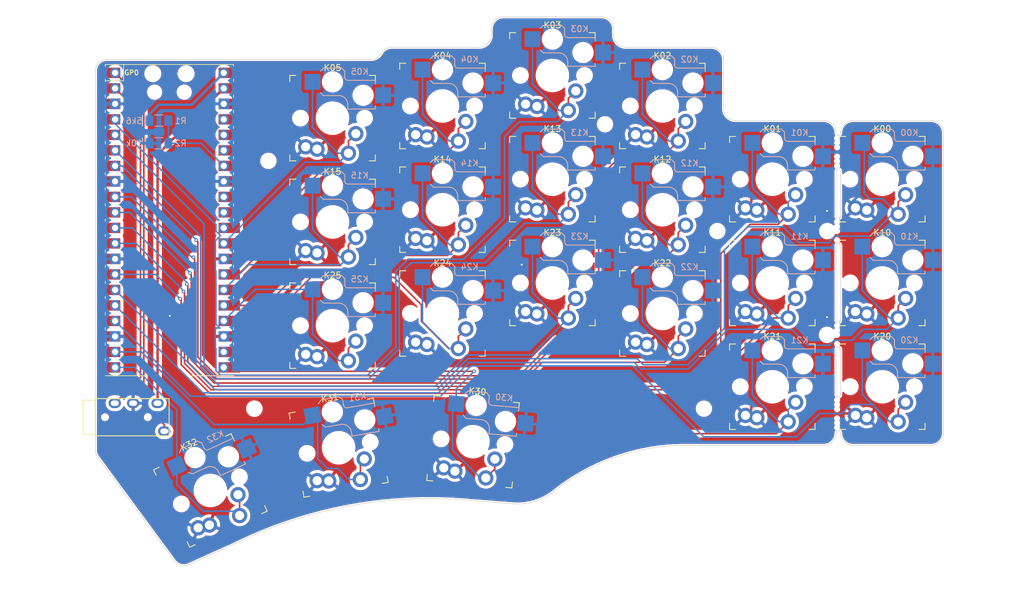
<source format=kicad_pcb>
(kicad_pcb (version 20240108) (generator "pcbnew") (generator_version "8.0")
  (title_block (rev "rev1.0"))
  (layers (0 "F.Cu" signal) (31 "B.Cu" signal) (34 "B.Paste" user) (35 "F.Paste" user) (36 "B.SilkS" user "B.Silkscreen") (37 "F.SilkS" user "F.Silkscreen") (38 "B.Mask" user) (39 "F.Mask" user) (44 "Edge.Cuts" user))
  (net 0 "")
  (net 1 "GND")
  (net 2 "/k00")
  (net 3 "/k01")
  (net 4 "/k02")
  (net 5 "/k03")
  (net 6 "/k04")
  (net 7 "/k05")
  (net 8 "/k10")
  (net 9 "/k11")
  (net 10 "/k12")
  (net 11 "/k13")
  (net 12 "/k14")
  (net 13 "/k15")
  (net 14 "/k20")
  (net 15 "/k21")
  (net 16 "/k22")
  (net 17 "/k23")
  (net 18 "/k24")
  (net 19 "/k25")
  (net 20 "/k30")
  (net 21 "/k31")
  (net 22 "/k32")
  (net 23 "rx")
  (net 24 "tx")
  (net 25 "VBUS")
  (net 26 "vbus_sense")
  (net 33 "VCC")
  (footprint "Socket:Kailh_ks27_mx_socket_PG1350_optional" (layer "F.Cu") (at 105.24 94)
    (property "Reference" "K25")
    (property "Value" "KEYSW")
  )
  (footprint "Socket:Kailh_ks27_mx_socket_PG1350_optional" (layer "F.Cu") (at 123.24 92)
    (property "Reference" "K24")
    (property "Value" "KEYSW")
  )
  (footprint "Socket:Kailh_ks27_mx_socket_PG1350_optional" (layer "F.Cu") (at 177.24 104)
    (property "Reference" "K21")
    (property "Value" "KEYSW")
  )
  (footprint "Socket:Kailh_ks27_mx_socket_PG1350_optional" (layer "F.Cu") (at 159.24 58)
    (property "Reference" "K02")
    (property "Value" "KEYSW")
  )
  (footprint "Socket:Kailh_ks27_mx_socket_PG1350_optional" (layer "F.Cu") (at 195.24 87)
    (property "Reference" "K10")
    (property "Value" "KEYSW")
  )
  (footprint "RPi_Pico:RPi_Pico_SMD_TH" (layer "F.Cu") (at 78.5368 76.708)
    (property "Reference" "U2" (hide yes))
    (property "Value" "Pico")
  )
  (footprint "Socket:Kailh_ks27_mx_socket_PG1350_optional" (layer "F.Cu") (at 123.24 58)
    (property "Reference" "K04")
    (property "Value" "KEYSW")
  )
  (footprint "Socket:Kailh_ks27_mx_socket_PG1350_optional" (layer "F.Cu") (at 159.24 75)
    (property "Reference" "K12")
    (property "Value" "KEYSW")
  )
  (footprint "Socket:Kailh_ks27_mx_socket_PG1350_optional" (layer "F.Cu") (at 128.24 113 -5)
    (property "Reference" "K30")
    (property "Value" "KEYSW")
  )
  (footprint "Socket:Kailh_ks27_mx_socket_PG1350_optional" (layer "F.Cu") (at 177.24 70)
    (property "Reference" "K01")
    (property "Value" "KEYSW")
  )
  (footprint "Socket:Kailh_ks27_mx_socket_PG1350_optional" (layer "F.Cu") (at 123.24 75)
    (property "Reference" "K14")
    (property "Value" "KEYSW")
  )
  (footprint "Socket:Kailh_ks27_mx_socket_PG1350_optional" (layer "F.Cu") (at 141.24 87)
    (property "Reference" "K23")
    (property "Value" "KEYSW")
  )
  (footprint "Socket:Kailh_ks27_mx_socket_PG1350_optional" (layer "F.Cu") (at 141.24 53)
    (property "Reference" "K03")
    (property "Value" "KEYSW")
  )
  (footprint "Socket:Kailh_ks27_mx_socket_PG1350_optional" (layer "F.Cu") (at 159.24 92)
    (property "Reference" "K22")
    (property "Value" "KEYSW")
  )
  (footprint "Keebio-Parts:TRRS-PJ-320A" (layer "F.Cu") (at 66.39 109 90)
    (property "Reference" "J1" (hide yes))
    (property "Value" "TRRS")
  )
  (footprint "Socket:Kailh_ks27_mx_socket_PG1350_optional" (layer "F.Cu") (at 105.24 77)
    (property "Reference" "K15")
    (property "Value" "KEYSW")
  )
  (footprint "Socket:Kailh_ks27_mx_socket_PG1350_optional" (layer "F.Cu") (at 85.24 121 25)
    (property "Reference" "K32")
    (property "Value" "KEYSW")
  )
  (footprint "Socket:Kailh_ks27_mx_socket_PG1350_optional" (layer "F.Cu") (at 177.24 87)
    (property "Reference" "K11")
    (property "Value" "KEYSW")
  )
  (footprint "Socket:Kailh_ks27_mx_socket_PG1350_optional" (layer "F.Cu") (at 105.24 60)
    (property "Reference" "K05")
    (property "Value" "KEYSW")
  )
  (footprint "Socket:Kailh_ks27_mx_socket_PG1350_optional" (layer "F.Cu") (at 195.24 104)
    (property "Reference" "K20")
    (property "Value" "KEYSW")
  )
  (footprint "Socket:Kailh_ks27_mx_socket_PG1350_optional" (layer "F.Cu") (at 141.24 70)
    (property "Reference" "K13")
    (property "Value" "KEYSW")
  )
  (footprint "Socket:Kailh_ks27_mx_socket_PG1350_optional" (layer "F.Cu") (at 195.24 70)
    (property "Reference" "K00")
    (property "Value" "KEYSW")
  )
  (footprint "Socket:Kailh_ks27_mx_socket_PG1350_optional" (layer "F.Cu") (at 106.24 114 10)
    (property "Reference" "K31")
    (property "Value" "KEYSW")
  )
  (footprint "Resistor_SMD:R_1206_3216Metric_Pad1.30x1.75mm_HandSolder" (layer "B.Cu") (at 76.8096 64.1096 180)
    (property "Reference" "R2")
    (property "Value" "10k")
  )
  (footprint "beekeeb_lib:MountingHole_2.2mm_M2-8mm" (layer "B.Cu") (at 166.04 107.6 180)
    (property "Reference" "H4" (hide yes))
    (property "Value" "MountingHole")
  )
  (footprint "beekeeb_lib:MountingHole_2.2mm_M2-8mm" (layer "B.Cu") (at 94.74 67 180)
    (property "Reference" "H2" (hide yes))
    (property "Value" "MountingHole")
  )
  (footprint "beekeeb_lib:MountingHole_2.2mm_M2-8mm" (layer "B.Cu") (at 186.24 95.5 180)
    (property "Reference" "H4" (hide yes))
    (property "Value" "MountingHole")
  )
  (footprint "beekeeb_lib:mousebites_2" (layer "B.Cu") (at 187.84 78.5 90)
    (property "Reference" "MB1" (hide yes))
    (property "Value" "MountingHole" (hide yes))
  )
  (footprint "Resistor_SMD:R_1206_3216Metric_Pad1.30x1.75mm_HandSolder" (layer "B.Cu") (at 76.8096 60.4012)
    (property "Reference" "R1")
    (property "Value" "5k6")
  )
  (footprint "beekeeb_lib:mousebites_3" (layer "B.Cu") (at 187.84 108.4352 90)
    (property "Reference" "MB3" (hide yes))
    (property "Value" "MountingHole" (hide yes))
  )
  (footprint "beekeeb_lib:mousebites_2" (layer "B.Cu") (at 187.84 95.5 90)
    (property "Reference" "MB2" (hide yes))
    (property "Value" "MountingHole" (hide yes))
  )
  (footprint "beekeeb_lib:MountingHole_2.2mm_M2-8mm" (layer "B.Cu") (at 186.24 78.5 180)
    (property "Reference" "H4" (hide yes))
    (property "Value" "MountingHole")
  )
  (footprint "beekeeb_lib:MountingHole_2.2mm_M2-8mm" (layer "B.Cu") (at 149.84 61 180)
    (property "Reference" "H1" (hide yes))
    (property "Value" "MountingHole")
  )
  (footprint "beekeeb_lib:MountingHole_2.2mm_M2-8mm" (layer "B.Cu") (at 92.44 107.6 180)
    (property "Reference" "H3" (hide yes))
    (property "Value" "MountingHole")
  )
  (footprint "beekeeb_lib:MountingHole_2.2mm_M2-8mm" (layer "B.Cu") (at 168.24 78.5 180)
    (property "Reference" "H1" (hide yes))
    (property "Value" "MountingHole")
  )
  (footprint "beekeeb_lib:mousebites_3" (layer "B.Cu") (at 187.84 65.5352 90)
    (property "Reference" "MB4" (hide yes))
    (property "Value" "MountingHole" (hide yes))
  )
  (gr_line (start 187.64 105.3) (end 187.64 97.9) (stroke (width 0.1)) (layer "Edge.Cuts"))
  (gr_arc (start 66.44 52.2) (mid 66.967208 50.927208) (end 68.24 50.4) (stroke (width 0.1)) (layer "Edge.Cuts"))
  (gr_line (start 185.64 60.4) (end 171.24 60.4) (stroke (width 0.1)) (layer "Edge.Cuts"))
  (gr_arc (start 167.24 48.4) (mid 168.654214 48.985786) (end 169.24 50.4) (stroke (width 0.1)) (layer "Edge.Cuts"))
  (gr_line (start 162.74 113.6) (end 185.64 113.6) (stroke (width 0.1)) (layer "Edge.Cuts"))
  (gr_line (start 66.805956 115.487896) (end 79.290001 132.449999) (stroke (width 0.1)) (layer "Edge.Cuts"))
  (gr_arc (start 141.49 121.125) (mid 138.309031 122.788875) (end 134.74 123.175) (stroke (width 0.1)) (layer "Edge.Cuts"))
  (gr_arc (start 149.24 43.4) (mid 150.654214 43.985786) (end 151.24 45.4) (stroke (width 0.1)) (layer "Edge.Cuts"))
  (gr_arc (start 188.44 62.4) (mid 189.025786 60.985786) (end 190.44 60.4) (stroke (width 0.1)) (layer "Edge.Cuts"))
  (gr_line (start 111.489998 50.399998) (end 68.24 50.4) (stroke (width 0.1)) (layer "Edge.Cuts"))
  (gr_line (start 151.24 46.4) (end 151.24 45.4) (stroke (width 0.1)) (layer "Edge.Cuts"))
  (gr_arc (start 188.44 62.4) (mid 188.04 62.8) (end 187.64 62.4) (stroke (width 0.1)) (layer "Edge.Cuts"))
  (gr_line (start 131.24 45.4) (end 131.24 46.4) (stroke (width 0.1)) (layer "Edge.Cuts"))
  (gr_line (start 187.64 76.1) (end 187.64 68.7) (stroke (width 0.1)) (layer "Edge.Cuts"))
  (gr_arc (start 188.44 93.1) (mid 188.04 93.5) (end 187.64 93.1) (stroke (width 0.1)) (layer "Edge.Cuts"))
  (gr_arc (start 187.64 111.6) (mid 188.04 111.2) (end 188.44 111.6) (stroke (width 0.1)) (layer "Edge.Cuts"))
  (gr_arc (start 188.44 76.1) (mid 188.04 76.5) (end 187.64 76.1) (stroke (width 0.1)) (layer "Edge.Cuts"))
  (gr_arc (start 190.44 113.6) (mid 189.025786 113.014214) (end 188.44 111.6) (stroke (width 0.1)) (layer "Edge.Cuts"))
  (gr_line (start 188.44 105.3) (end 188.44 97.9) (stroke (width 0.1)) (layer "Edge.Cuts"))
  (gr_arc (start 66.805956 115.487896) (mid 66.53394 114.973899) (end 66.44 114.4) (stroke (width 0.1)) (layer "Edge.Cuts"))
  (gr_line (start 169.24 58.4) (end 169.24 50.4) (stroke (width 0.1)) (layer "Edge.Cuts"))
  (gr_arc (start 187.64 68.7) (mid 188.04 68.3) (end 188.44 68.7) (stroke (width 0.1)) (layer "Edge.Cuts"))
  (gr_line (start 203.24 60.4) (end 190.44 60.4) (stroke (width 0.1)) (layer "Edge.Cuts"))
  (gr_line (start 190.44 113.6) (end 203.24 113.6) (stroke (width 0.1)) (layer "Edge.Cuts"))
  (gr_arc (start 131.24 45.4) (mid 131.825786 43.985786) (end 133.24 43.4) (stroke (width 0.1)) (layer "Edge.Cuts"))
  (gr_arc (start 153.24 48.4) (mid 151.825786 47.814214) (end 151.24 46.4) (stroke (width 0.1)) (layer "Edge.Cuts"))
  (gr_arc (start 205.24 111.6) (mid 204.654214 113.014214) (end 203.24 113.6) (stroke (width 0.1)) (layer "Edge.Cuts"))
  (gr_line (start 66.44 113.2) (end 66.44 114.4) (stroke (width 0.1)) (layer "Edge.Cuts"))
  (gr_line (start 134.74 123.175) (end 127.44 122.600001) (stroke (width 0.1)) (layer "Edge.Cuts"))
  (gr_line (start 81.726132 133.121447) (end 89.110601 129.8) (stroke (width 0.1)) (layer "Edge.Cuts"))
  (gr_arc (start 187.64 111.6) (mid 187.054214 113.014214) (end 185.64 113.6) (stroke (width 0.1)) (layer "Edge.Cuts"))
  (gr_arc (start 131.24 46.4) (mid 130.654214 47.814214) (end 129.24 48.4) (stroke (width 0.1)) (layer "Edge.Cuts"))
  (gr_line (start 188.44 76.1) (end 188.44 68.7) (stroke (width 0.1)) (layer "Edge.Cuts"))
  (gr_arc (start 113.24 49.4) (mid 112.497787 50.132387) (end 111.489998 50.399998) (stroke (width 0.1)) (layer "Edge.Cuts"))
  (gr_line (start 205.24 111.6) (end 205.24 62.4) (stroke (width 0.1)) (layer "Edge.Cuts"))
  (gr_arc (start 187.64 97.9) (mid 188.04 97.5) (end 188.44 97.9) (stroke (width 0.1)) (layer "Edge.Cuts"))
  (gr_line (start 188.44 93.1) (end 188.44 80.9) (stroke (width 0.1)) (layer "Edge.Cuts"))
  (gr_arc (start 187.64 80.9) (mid 188.04 80.5) (end 188.44 80.9) (stroke (width 0.1)) (layer "Edge.Cuts"))
  (gr_line (start 149.24 43.4) (end 133.24 43.4) (stroke (width 0.1)) (layer "Edge.Cuts"))
  (gr_arc (start 203.24 60.4) (mid 204.654214 60.985786) (end 205.24 62.4) (stroke (width 0.1)) (layer "Edge.Cuts"))
  (gr_arc (start 141.49 121.125) (mid 151.483771 115.579961) (end 162.74 113.600001) (stroke (width 0.1)) (layer "Edge.Cuts"))
  (gr_line (start 167.24 48.4) (end 153.24 48.4) (stroke (width 0.1)) (layer "Edge.Cuts"))
  (gr_arc (start 113.24 49.4) (mid 113.953846 48.668538) (end 114.94 48.4) (stroke (width 0.1)) (layer "Edge.Cuts"))
  (gr_line (start 187.64 93.1) (end 187.64 80.9) (stroke (width 0.1)) (layer "Edge.Cuts"))
  (gr_line (start 66.44 52.2) (end 66.44 113.2) (stroke (width 0.1)) (layer "Edge.Cuts"))
  (gr_arc (start 188.44 105.3) (mid 188.04 105.7) (end 187.64 105.3) (stroke (width 0.1)) (layer "Edge.Cuts"))
  (gr_arc (start 171.24 60.4) (mid 169.825786 59.814214) (end 169.24 58.4) (stroke (width 0.1)) (layer "Edge.Cuts"))
  (gr_arc (start 185.64 60.4) (mid 187.054214 60.985786) (end 187.64 62.4) (stroke (width 0.1)) (layer "Edge.Cuts"))
  (gr_arc (start 81.726132 133.121447) (mid 80.381489 133.24497) (end 79.290001 132.449999) (stroke (width 0.1)) (layer "Edge.Cuts"))
  (gr_line (start 129.24 48.4) (end 114.94 48.4) (stroke (width 0.1)) (layer "Edge.Cuts"))
  (gr_arc (start 89.110601 129.8) (mid 107.780203 123.564333) (end 127.44 122.600001) (stroke (width 0.1)) (layer "Edge.Cuts"))
  (segment (start 173.8 64) (end 176.2 61.6) (width 0.4) (layer "F.Cu") (net 1))
  (segment (start 173.8 98) (end 176.2 95.6) (width 0.4) (layer "F.Cu") (net 1))
  (segment (start 185.4 99.9) (end 185.4 107.2) (width 0.4) (layer "F.Cu") (net 1))
  (segment (start 181.8 61.6) (end 185.684721 65.484721) (width 0.4) (layer "F.Cu") (net 1))
  (segment (start 172.84 108.7) (end 173.8 107.74) (width 0.4) (layer "F.Cu") (net 1))
  (segment (start 186.584721 108.384721) (end 189.655279 108.384721) (width 0.4) (layer "F.Cu") (net 1))
  (segment (start 181.1 95.6) (end 185.4 99.9) (width 0.4) (layer "F.Cu") (net 1))
  (segment (start 185.4 107.2) (end 186.584721 108.384721) (width 0.4) (layer "F.Cu") (net 1))
  (segment (start 173.8 73.74) (end 173.8 64) (width 0.4) (layer "F.Cu") (net 1))
  (segment (start 185.684721 65.484721) (end 189.284721 65.484721) (width 0.4) (layer "F.Cu") (net 1))
  (segment (start 176.2 61.6) (end 181.8 61.6) (width 0.4) (layer "F.Cu") (net 1))
  (segment (start 172.84 74.7) (end 173.8 73.74) (width 0.4) (layer "F.Cu") (net 1))
  (segment (start 192 68.2) (end 192 72.04) (width 0.4) (layer "F.Cu") (net 1))
  (segment (start 192 72.04) (end 190.24 73.8) (width 0.4) (layer "F.Cu") (net 1))
  (segment (start 173.8 107.74) (end 173.8 98) (width 0.4) (layer "F.Cu") (net 1))
  (segment (start 176.2 95.6) (end 181.1 95.6) (width 0.4) (layer "F.Cu") (net 1))
  (segment (start 189.284721 65.484721) (end 192 68.2) (width 0.4) (layer "F.Cu") (net 1))
  (segment (start 189.655279 108.384721) (end 190.24 107.8) (width 0.4) (layer "F.Cu") (net 1))
  (via (at 186.2 92.6) (size 0.6) (drill 0.3) (layers "F.Cu" "B.Cu") (net 1))
  (via (at 136.2 84) (size 0.6) (drill 0.3) (layers "F.Cu" "B.Cu") (net 1))
  (via (at 78.6 92.4) (size 0.6) (drill 0.3) (layers "F.Cu" "B.Cu") (net 1))
  (via (at 186.2 75.2) (size 0.6) (drill 0.3) (layers "F.Cu" "B.Cu") (net 1))
  (segment (start 185.515 66.25) (end 186.179321 65.585679) (width 0.4) (layer "B.Cu") (net 1))
  (segment (start 191.5 72.54) (end 190.24 73.8) (width 0.4) (layer "B.Cu") (net 1))
  (segment (start 186.179321 65.585679) (end 188.129752 65.585679) (width 0.4) (layer "B.Cu") (net 1))
  (segment (start 191.5 68.955927) (end 191.5 72.54) (width 0.4) (layer "B.Cu") (net 1))
  (segment (start 188.129752 65.585679) (end 191.5 68.955927) (width 0.4) (layer "B.Cu") (net 1))
  (segment (start 197.84 73.75) (end 199.05 72.54) (width 0.25) (layer "F.Cu") (net 2))
  (segment (start 197.84 75.75) (end 197.84 73.75) (width 0.25) (layer "F.Cu") (net 2))
  (segment (start 122.351442 104.448558) (end 85.957358 104.448558) (width 0.25) (layer "B.Cu") (net 2))
  (segment (start 187.49981 79.325479) (end 186.425289 80.4) (width 0.25) (layer "B.Cu") (net 2))
  (segment (start 169.4 94.4) (end 163.4 100.4) (width 0.25) (layer "B.Cu") (net 2))
  (segment (start 163.4 100.4) (end 156.1 100.4) (width 0.25) (layer "B.Cu") (net 2))
  (segment (start 173.2 77.8) (end 169.4 81.6) (width 0.25) (layer "B.Cu") (net 2))
  (segment (start 179 77.8) (end 173.2 77.8) (width 0.25) (layer "B.Cu") (net 2))
  (segment (start 186.425289 80.4) (end 181.6 80.4) (width 0.25) (layer "B.Cu") (net 2))
  (segment (start 197.84 75.75) (end 196.85 75.75) (width 0.25) (layer "B.Cu") (net 2))
  (segment (start 85.957358 104.448558) (end 69.6468 88.138) (width 0.25) (layer "B.Cu") (net 2))
  (segment (start 181.6 80.4) (end 179 77.8) (width 0.25) (layer "B.Cu") (net 2))
  (segment (start 169.4 81.6) (end 169.4 94.4) (width 0.25) (layer "B.Cu") (net 2))
  (segment (start 127.4 99.4) (end 122.351442 104.448558) (width 0.25) (layer "B.Cu") (net 2))
  (segment (start 155.1 99.4) (end 127.4 99.4) (width 0.25) (layer "B.Cu") (net 2))
  (segment (start 195.29 73.2) (end 197.84 75.75) (width 0.25) (layer "B.Cu") (net 2))
  (segment (start 191.965 64.05) (end 192.3 64.385) (width 0.25) (layer "B.Cu") (net 2))
  (segment (start 193.2 73.2) (end 195.29 73.2) (width 0.25) (layer "B.Cu") (net 2))
  (segment (start 156.1 100.4) (end 155.1 99.4) (width 0.25) (layer "B.Cu") (net 2))
  (segment (start 193.274521 79.325479) (end 187.49981 79.325479) (width 0.25) (layer "B.Cu") (net 2))
  (segment (start 192.3 64.385) (end 192.3 72.3) (width 0.25) (layer "B.Cu") (net 2))
  (segment (start 196.85 75.75) (end 193.274521 79.325479) (width 0.25) (layer "B.Cu") (net 2))
  (segment (start 192.3 72.3) (end 193.2 73.2) (width 0.25) (layer "B.Cu") (net 2))
  (segment (start 81.55144 87.37498) (end 81.55144 99.928578) (width 0.25) (layer "F.Cu") (net 3))
  (segment (start 81.55144 99.928578) (end 85.572382 103.94952) (width 0.25) (layer "F.Cu") (net 3))
  (segment (start 168.8 98.6) (end 168.8 82.2) (width 0.25) (layer "F.Cu") (net 3))
  (segment (start 173.6 77.4) (end 178.19 77.4) (width 0.25) (layer "F.Cu") (net 3))
  (segment (start 81.37646 87.2) (end 81.55144 87.37498) (width 0.25) (layer "F.Cu") (net 3))
  (segment (start 168.8 82.2) (end 173.6 77.4) (width 0.25) (layer "F.Cu") (net 3))
  (segment (start 163.45048 103.94952) (end 168.8 98.6) (width 0.25) (layer "F.Cu") (net 3))
  (segment (start 85.572382 103.94952) (end 163.45048 103.94952) (width 0.25) (layer "F.Cu") (net 3))
  (segment (start 178.19 77.4) (end 179.84 75.75) (width 0.25) (layer "F.Cu") (net 3))
  (via (at 81.37646 87.2) (size 0.6) (drill 0.3) (layers "F.Cu" "B.Cu") (net 3))
  (segment (start 179.84 73.75) (end 181.05 72.54) (width 0.25) (layer "B.Cu") (net 3))
  (segment (start 173.965 71.365) (end 178.35 75.75) (width 0.25) (layer "B.Cu") (net 3))
  (segment (start 179.84 75.75) (end 179.84 73.75) (width 0.25) (layer "B.Cu") (net 3))
  (segment (start 72.4535 77.978) (end 69.6468 77.978) (width 0.25) (layer "B.Cu") (net 3))
  (segment (start 81.37646 86.90096) (end 72.4535 77.978) (width 0.25) (layer "B.Cu") (net 3))
  (segment (start 81.37646 87.2) (end 81.37646 86.90096) (width 0.25) (layer "B.Cu") (net 3))
  (segment (start 173.965 64.05) (end 173.965 71.365) (width 0.25) (layer "B.Cu") (net 3))
  (segment (start 178.35 75.75) (end 179.84 75.75) (width 0.25) (layer "B.Cu") (net 3))
  (segment (start 82.92598 80) (end 83.2 80.27402) (width 0.25) (layer "F.Cu") (net 4))
  (segment (start 141.8 96.2) (end 144.6 96.2) (width 0.25) (layer "F.Cu") (net 4))
  (segment (start 144.6 96.2) (end 148.8 92) (width 0.25) (layer "F.Cu") (net 4))
  (segment (start 135.8 102.2) (end 141.8 96.2) (width 0.25) (layer "F.Cu") (net 4))
  (segment (start 153.28261 65.31739) (end 160.27261 65.31739) (width 0.25) (layer "F.Cu") (net 4))
  (segment (start 160.27261 65.31739) (end 161.84 63.75) (width 0.25) (layer "F.Cu") (net 4))
  (segment (start 161.84 61.75) (end 163.05 60.54) (width 0.25) (layer "F.Cu") (net 4))
  (segment (start 83.2 99.160222) (end 86.239778 102.2) (width 0.25) (layer "F.Cu") (net 4))
  (segment (start 86.239778 102.2) (end 135.8 102.2) (width 0.25) (layer "F.Cu") (net 4))
  (segment (start 148.8 69.8) (end 153.28261 65.31739) (width 0.25) (layer "F.Cu") (net 4))
  (segment (start 148.8 92) (end 148.8 69.8) (width 0.25) (layer "F.Cu") (net 4))
  (segment (start 83.2 80.27402) (end 83.2 99.160222) (width 0.25) (layer "F.Cu") (net 4))
  (segment (start 161.84 63.75) (end 161.84 61.75) (width 0.25) (layer "F.Cu") (net 4))
  (via (at 82.92598 80) (size 0.6) (drill 0.3) (layers "F.Cu" "B.Cu") (net 4))
  (segment (start 160.35 63.75) (end 161.84 63.75) (width 0.25) (layer "B.Cu") (net 4))
  (segment (start 82.92598 79.94952) (end 70.79446 67.818) (width 0.25) (layer "B.Cu") (net 4))
  (segment (start 82.92598 80) (end 82.92598 79.94952) (width 0.25) (layer "B.Cu") (net 4))
  (segment (start 70.79446 67.818) (end 69.6468 67.818) (width 0.25) (layer "B.Cu") (net 4))
  (segment (start 155.965 52.05) (end 155.965 59.365) (width 0.25) (layer "B.Cu") (net 4))
  (segment (start 155.965 59.365) (end 160.35 63.75) (width 0.25) (layer "B.Cu") (net 4))
  (segment (start 143.84 58.75) (end 143.84 56.75) (width 0.25) (layer "F.Cu") (net 5))
  (segment (start 143.84 56.75) (end 145.05 55.54) (width 0.25) (layer "F.Cu") (net 5))
  (segment (start 142.35 58.75) (end 143.84 58.75) (width 0.25) (layer "B.Cu") (net 5))
  (segment (start 86.788677 94.383) (end 86.1518 93.746123) (width 0.25) (layer "B.Cu") (net 5))
  (segment (start 86.0518 80.089877) (end 86.893677 79.248) (width 0.25) (layer "B.Cu") (net 5))
  (segment (start 86.0518 94.383) (end 86.788677 94.383) (width 0.25) (layer "B.Cu") (net 5))
  (segment (start 117.6 83.1) (end 115.6 85.1) (width 0.25) (layer "B.Cu") (net 5))
  (segment (start 133.4 76.4) (end 126.7 83.1) (width 0.25) (layer "B.Cu") (net 5))
  (segment (start 86.1518 97.769877) (end 86.0518 97.669877) (width 0.25) (layer "B.Cu") (net 5))
  (segment (start 86.898677 102.113) (end 86.1518 101.366123) (width 0.25) (layer "B.Cu") (net 5))
  (segment (start 86.1518 85.069877) (end 86.0518 84.969877) (width 0.25) (layer "B.Cu") (net 5))
  (segment (start 133.4 63) (end 133.4 76.4) (width 0.25) (layer "B.Cu") (net 5))
  (segment (start 110.987 102.113) (end 86.898677 102.113) (width 0.25) (layer "B.Cu") (net 5))
  (segment (start 115.6 85.1) (end 115.6 97.5) (width 0.25) (layer "B.Cu") (net 5))
  (segment (start 135.8 60.6) (end 133.4 63) (width 0.25) (layer "B.Cu") (net 5))
  (segment (start 143.84 58.75) (end 141.99 60.6) (width 0.25) (layer "B.Cu") (net 5))
  (segment (start 86.0518 84.969877) (end 86.0518 80.089877) (width 0.25) (layer "B.Cu") (net 5))
  (segment (start 141.99 60.6) (end 135.8 60.6) (width 0.25) (layer "B.Cu") (net 5))
  (segment (start 86.1518 77.440568) (end 69.6468 60.935568) (width 0.25) (layer "B.Cu") (net 5))
  (segment (start 86.893677 79.248) (end 86.1518 78.506123) (width 0.25) (layer "B.Cu") (net 5))
  (segment (start 115.6 97.5) (end 110.987 102.113) (width 0.25) (layer "B.Cu") (net 5))
  (segment (start 86.0518 97.669877) (end 86.0518 94.383) (width 0.25) (layer "B.Cu") (net 5))
  (segment (start 86.1518 78.506123) (end 86.1518 77.440568) (width 0.25) (layer "B.Cu") (net 5))
  (segment (start 137.965 54.365) (end 142.35 58.75) (width 0.25) (layer "B.Cu") (net 5))
  (segment (start 86.1518 101.366123) (end 86.1518 97.769877) (width 0.25) (layer "B.Cu") (net 5))
  (segment (start 126.7 83.1) (end 117.6 83.1) (width 0.25) (layer "B.Cu") (net 5))
  (segment (start 86.1518 93.746123) (end 86.1518 85.069877) (width 0.25) (layer "B.Cu") (net 5))
  (segment (start 69.6468 60.935568) (end 69.6468 60.198) (width 0.25) (layer "B.Cu") (net 5))
  (segment (start 137.965 47.05) (end 137.965 54.365) (width 0.25) (layer "B.Cu") (net 5))
  (segment (start 112.4 68.8) (end 103.2 68.8) (width 0.25) (layer "F.Cu") (net 6))
  (segment (start 93.8 81.6) (end 89.802 85.598) (width 0.25) (layer "F.Cu") (net 6))
  (segment (start 125.84 63.75) (end 125.84 61.75) (width 0.25) (layer "F.Cu") (net 6))
  (segment (start 93.8 78.2) (end 93.8 81.6) (width 0.25) (layer "F.Cu") (net 6))
  (segment (start 115.4 65.8) (end 112.4 68.8) (width 0.25) (layer "F.Cu") (net 6))
  (segment (start 125.84 61.75) (end 127.05 60.54) (width 0.25) (layer "F.Cu") (net 6))
  (segment (start 89.802 85.598) (end 87.4268 85.598) (width 0.25) (layer "F.Cu") (net 6))
  (segment (start 103.2 68.8) (end 93.8 78.2) (width 0.25) (layer "F.Cu") (net 6))
  (segment (start 125.84 63.75) (end 123.79 65.8) (width 0.25) (layer "F.Cu") (net 6))
  (segment (start 123.79 65.8) (end 115.4 65.8) (width 0.25) (layer "F.Cu") (net 6))
  (segment (start 119.965 52.05) (end 119.965 59.365) (width 0.25) (layer "B.Cu") (net 6))
  (segment (start 124.35 63.75) (end 125.84 63.75) (width 0.25) (layer "B.Cu") (net 6))
  (segment (start 119.965 59.365) (end 124.35 63.75) (width 0.25) (layer "B.Cu") (net 6))
  (segment (start 107.84 65.75) (end 107.84 63.75) (width 0.25) (layer "F.Cu") (net 7))
  (segment (start 107.84 63.75) (end 109.05 62.54) (width 0.25) (layer "F.Cu") (net 7))
  (segment (start 106.15 65.75) (end 107.84 65.75) (width 0.25) (layer "B.Cu") (net 7))
  (segment (start 107.84 65.75) (end 106.39 67.2) (width 0.25) (layer "B.Cu") (net 7))
  (segment (start 100.7448 67.2) (end 87.4268 80.518) (width 0.25) (layer "B.Cu") (net 7))
  (segment (start 101.965 61.565) (end 106.15 65.75) (width 0.25) (layer "B.Cu") (net 7))
  (segment (start 101.965 54.05) (end 101.965 61.565) (width 0.25) (layer "B.Cu") (net 7))
  (segment (start 106.39 67.2) (end 100.7448 67.2) (width 0.25) (layer "B.Cu") (net 7))
  (segment (start 197.84 90.75) (end 199.05 89.54) (width 0.25) (layer "F.Cu") (net 8))
  (segment (start 197.84 92.75) (end 197.84 90.75) (width 0.25) (layer "F.Cu") (net 8))
  (segment (start 180.4 94.6) (end 183 97.2) (width 0.25) (layer "B.Cu") (net 8))
  (segment (start 169.977138 94.6) (end 180.4 94.6) (width 0.25) (layer "B.Cu") (net 8))
  (segment (start 183 97.2) (end 186.6 97.2) (width 0.25) (layer "B.Cu") (net 8))
  (segment (start 187.624521 96.375479) (end 190.327681 96.375479) (width 0.25) (layer "B.Cu") (net 8))
  (segment (start 154.627818 100.05) (end 155.677818 101.1) (width 0.25) (layer "B.Cu") (net 8))
  (segment (start 192.10316 94.6) (end 195.99 94.6) (width 0.25) (layer "B.Cu") (net 8))
  (segment (start 69.6468 90.678) (end 83.966878 104.998078) (width 0.25) (layer "B.Cu") (net 8))
  (segment (start 196.45 92.75) (end 197.84 92.75) (width 0.25) (layer "B.Cu") (net 8))
  (segment (start 83.966878 104.998078) (end 122.601922 104.998078) (width 0.25) (layer "B.Cu") (net 8))
  (segment (start 122.601922 104.998078) (end 127.55 100.05) (width 0.25) (layer "B.Cu") (net 8))
  (segment (start 155.677818 101.1) (end 163.477138 101.1) (width 0.25) (layer "B.Cu") (net 8))
  (segment (start 187.4 96.4) (end 187.6 96.4) (width 0.25) (layer "B.Cu") (net 8))
  (segment (start 191.965 88.265) (end 196.45 92.75) (width 0.25) (layer "B.Cu") (net 8))
  (segment (start 187.6 96.4) (end 187.624521 96.375479) (width 0.25) (layer "B.Cu") (net 8))
  (segment (start 195.99 94.6) (end 197.84 92.75) (width 0.25) (layer "B.Cu") (net 8))
  (segment (start 191.965 81.05) (end 191.965 88.265) (width 0.25) (layer "B.Cu") (net 8))
  (segment (start 127.55 100.05) (end 154.627818 100.05) (width 0.25) (layer "B.Cu") (net 8))
  (segment (start 190.327681 96.375479) (end 192.10316 94.6) (width 0.25) (layer "B.Cu") (net 8))
  (segment (start 186.6 97.2) (end 187.4 96.4) (width 0.25) (layer "B.Cu") (net 8))
  (segment (start 163.477138 101.1) (end 169.977138 94.6) (width 0.25) (layer "B.Cu") (net 8))
  (segment (start 177.45 92.75) (end 179.84 92.75) (width 0.25) (layer "F.Cu") (net 9))
  (segment (start 80.82694 88.4) (end 80.951 88.4) (width 0.25) (layer "F.Cu") (net 9))
  (segment (start 85.344763 104.499039) (end 159.49904 104.49904) (width 0.25) (layer "F.Cu") (net 9))
  (segment (start 159.6 104.6) (end 165.6 104.6) (width 0.25) (layer "F.Cu") (net 9))
  (segment (start 81.00192 88.45092) (end 81.001921 100.156197) (width 0.25) (layer "F.Cu") (net 9))
  (segment (start 179.84 90.75) (end 181.05 89.54) (width 0.25) (layer "F.Cu") (net 9))
  (segment (start 159.49904 104.49904) (end 159.6 104.6) (width 0.25) (layer "F.Cu") (net 9))
  (segment (start 165.6 104.6) (end 177.45 92.75) (width 0.25) (layer "F.Cu") (net 9))
  (segment (start 179.84 92.75) (end 179.84 90.75) (width 0.25) (layer "F.Cu") (net 9))
  (segment (start 81.001921 100.156197) (end 85.344763 104.499039) (width 0.25) (layer "F.Cu") (net 9))
  (segment (start 80.951 88.4) (end 81.00192 88.45092) (width 0.25) (layer "F.Cu") (net 9))
  (via (at 80.82694 88.4) (size 0.6) (drill 0.3) (layers "F.Cu" "B.Cu") (net 9))
  (segment (start 173.965 88.465) (end 178.25 92.75) (width 0.25) (layer "B.Cu") (net 9))
  (segment (start 80.82694 88.4) (end 80.82694 88.27594) (width 0.25) (layer "B.Cu") (net 9))
  (segment (start 178.25 92.75) (end 179.84 92.75) (width 0.25) (layer "B.Cu") (net 9))
  (segment (start 80.82694 88.27594) (end 73.069 80.518) (width 0.25) (layer "B.Cu") (net 9))
  (segment (start 173.965 81.05) (end 173.965 88.465) (width 0.25) (layer "B.Cu") (net 9))
  (segment (start 73.069 80.518) (end 69.6468 80.518) (width 0.25) (layer "B.Cu") (net 9))
  (segment (start 86.01216 102.74952) (end 136.0498 102.74952) (width 0.25) (layer "F.Cu") (net 10))
  (segment (start 159.99 82.6) (end 161.84 80.75) (width 0.25) (layer "F.Cu") (net 10))
  (segment (start 82.4755 82.8) (end 82.65048 82.97498) (width 0.25) (layer "F.Cu") (net 10))
  (segment (start 82.65048 99.38784) (end 86.01216 102.74952) (width 0.25) (layer "F.Cu") (net 10))
  (segment (start 82.65048 82.97498) (end 82.65048 99.38784) (width 0.25) (layer "F.Cu") (net 10))
  (segment (start 136.0498 102.74952) (end 141.89932 96.9) (width 0.25) (layer "F.Cu") (net 10))
  (segment (start 145.2 96.9) (end 153.3 88.8) (width 0.25) (layer "F.Cu") (net 10))
  (segment (start 141.89932 96.9) (end 145.2 96.9) (width 0.25) (layer "F.Cu") (net 10))
  (segment (start 161.84 78.75) (end 163.05 77.54) (width 0.25) (layer "F.Cu") (net 10))
  (segment (start 161.84 80.75) (end 161.84 78.75) (width 0.25) (layer "F.Cu") (net 10))
  (segment (start 153.3 85.5) (end 156.2 82.6) (width 0.25) (layer "F.Cu") (net 10))
  (segment (start 153.3 88.8) (end 153.3 85.5) (width 0.25) (layer "F.Cu") (net 10))
  (segment (start 156.2 82.6) (end 159.99 82.6) (width 0.25) (layer "F.Cu") (net 10))
  (via (at 82.4755 82.8) (size 0.6) (drill 0.3) (layers "F.Cu" "B.Cu") (net 10))
  (segment (start 160.35 80.75) (end 161.84 80.75) (width 0.25) (layer "B.Cu") (net 10))
  (segment (start 155.965 76.365) (end 160.35 80.75) (width 0.25) (layer "B.Cu") (net 10))
  (segment (start 82.2 82.8) (end 72.298 72.898) (width 0.25) (layer "B.Cu") (net 10))
  (segment (start 72.298 72.898) (end 69.6468 72.898) (width 0.25) (layer "B.Cu") (net 10))
  (segment (start 155.965 69.05) (end 155.965 76.365) (width 0.25) (layer "B.Cu") (net 10))
  (segment (start 82.4755 82.8) (end 82.2 82.8) (width 0.25) (layer "B.Cu") (net 10))
  (segment (start 143.84 75.75) (end 143.84 73.75) (width 0.25) (layer "F.Cu") (net 11))
  (segment (start 143.84 73.75) (end 145.05 72.54) (width 0.25) (layer "F.Cu") (net 11))
  (segment (start 136.7 77.2) (end 142.39 77.2) (width 0.25) (layer "B.Cu") (net 11))
  (segment (start 116.15 97.727818) (end 116.15 85.65) (width 0.25) (layer "B.Cu") (net 11))
  (segment (start 118.1 83.7) (end 130.2 83.7) (width 0.25) (layer "B.Cu") (net 11))
  (segment (start 142.39 77.2) (end 143.84 75.75) (width 0.25) (layer "B.Cu") (net 11))
  (segment (start 86.285862 102.663) (end 111.214818 102.663) (width 0.25) (layer "B.Cu") (net 11))
  (segment (start 84.2 77.2912) (end 84.2 100.577138) (width 0.25) (layer "B.Cu") (net 11))
  (segment (start 130.2 83.7) (end 136.7 77.2) (width 0.25) (layer "B.Cu") (net 11))
  (segment (start 69.6468 62.738) (end 84.2 77.2912) (width 0.25) (layer "B.Cu") (net 11))
  (segment (start 137.965 71.465) (end 142.25 75.75) (width 0.25) (layer "B.Cu") (net 11))
  (segment (start 142.25 75.75) (end 143.84 75.75) (width 0.25) (layer "B.Cu") (net 11))
  (segment (start 137.965 64.05) (end 137.965 71.465) (width 0.25) (layer "B.Cu") (net 11))
  (segment (start 116.15 85.65) (end 118.1 83.7) (width 0.25) (layer "B.Cu") (net 11))
  (segment (start 111.214818 102.663) (end 116.15 97.727818) (width 0.25) (layer "B.Cu") (net 11))
  (segment (start 84.2 100.577138) (end 86.285862 102.663) (width 0.25) (layer "B.Cu") (net 11))
  (segment (start 115.9 82.5) (end 113.5 84.9) (width 0.25) (layer "F.Cu") (net 12))
  (segment (start 125.84 78.75) (end 127.05 77.54) (width 0.25) (layer "F.Cu") (net 12))
  (segment (start 125.84 80.75) (end 125.84 78.75) (width 0.25) (layer "F.Cu") (net 12))
  (segment (start 94.322 90.678) (end 87.4268 90.678) (width 0.25) (layer "F.Cu") (net 12))
  (segment (start 100.1 84.9) (end 94.322 90.678) (width 0.25) (layer "F.Cu") (net 12))
  (segment (start 124.09 82.5) (end 115.9 82.5) (width 0.25) (layer "F.Cu") (net 12))
  (segment (start 113.5 84.9) (end 100.1 84.9) (width 0.25) (layer "F.Cu") (net 12))
  (segment (start 125.84 80.75) (end 124.09 82.5) (width 0.25) (layer "F.Cu") (net 12))
  (segment (start 124.45 80.75) (end 125.84 80.75) (width 0.25) (layer "B.Cu") (net 12))
  (segment (start 119.965 76.265) (end 124.45 80.75) (width 0.25) (layer "B.Cu") (net 12))
  (segment (start 119.965 69.05) (end 119.965 76.265) (width 0.25) (layer "B.Cu") (net 12))
  (segment (start 107.84 82.75) (end 107.84 80.75) (width 0.25) (layer "F.Cu") (net 13))
  (segment (start 107.84 80.75) (end 109.05 79.54) (width 0.25) (layer "F.Cu") (net 13))
  (segment (start 107.84 82.75) (end 106.45 82.75) (width 0.25) (layer "B.Cu") (net 13))
  (segment (start 107.84 82.75) (end 106.59 84) (width 0.25) (layer "B.Cu") (net 13))
  (segment (start 106.59 84) (end 91.5648 84) (width 0.25) (layer "B.Cu") (net 13))
  (segment (start 106.45 82.75) (end 101.965 78.265) (width 0.25) (layer "B.Cu") (net 13))
  (segment (start 101.965 78.265) (end 101.965 71.05) (width 0.25) (layer "B.Cu") (net 13))
  (segment (start 91.5648 84) (end 87.4268 88.138) (width 0.25) (layer "B.Cu") (net 13))
  (segment (start 197.84 107.75) (end 199.05 106.54) (width 0.25) (layer "F.Cu") (net 14))
  (segment (start 197.84 109.75) (end 197.84 107.75) (width 0.25) (layer "F.Cu") (net 14))
  (segment (start 181.2 112.2) (end 185 108.4) (width 0.25) (layer "B.Cu") (net 14))
  (segment (start 191.965 98.05) (end 191.965 105.265) (width 0.25) (layer "B.Cu") (net 14))
  (segment (start 69.6468 93.218) (end 81.976397 105.547597) (width 0.25) (layer "B.Cu") (net 14))
  (segment (start 190.075 106.925) (end 193.625 106.925) (width 0.25) (layer "B.Cu") (net 14))
  (segment (start 188.7 108.4) (end 188.7 108.3) (width 0.25) (layer "B.Cu") (net 14))
  (segment (start 127.9 100.6) (end 154.4 100.6) (width 0.25) (layer "B.Cu") (net 14))
  (segment (start 191.965 105.265) (end 196.45 109.75) (width 0.25) (layer "B.Cu") (net 14))
  (segment (start 154.4 100.6) (end 166 112.2) (width 0.25) (layer "B.Cu") (net 14))
  (segment (start 166 112.2) (end 181.2 112.2) (width 0.25) (layer "B.Cu") (net 14))
  (segment (start 193.625 106.925) (end 196.45 109.75) (width 0.25) (layer "B.Cu") (net 14))
  (segment (start 185 108.4) (end 188.7 108.4) (width 0.25) (layer "B.Cu") (net 14))
  (segment (start 122.952403 105.547597) (end 127.9 100.6) (width 0.25) (layer "B.Cu") (net 14))
  (segment (start 188.7 108.3) (end 190.075 106.925) (width 0.25) (layer "B.Cu") (net 14))
  (segment (start 81.976397 105.547597) (end 122.952403 105.547597) (width 0.25) (layer "B.Cu") (net 14))
  (segment (start 196.45 109.75) (end 197.84 109.75) (width 0.25) (layer "B.Cu") (net 14))
  (segment (start 80.27742 89.65092) (end 80.4524 89.8259) (width 0.25) (layer "F.Cu") (net 15))
  (segment (start 162.9 111.7) (end 177.89 111.7) (width 0.25) (layer "F.Cu") (net 15))
  (segment (start 80.27742 89.6) (end 80.27742 89.65092) (width 0.25) (layer "F.Cu") (net 15))
  (segment (start 85.166707 105.098121) (end 156.298121 105.098121) (width 0.25) (layer "F.Cu") (net 15))
  (segment (start 80.452402 100.383816) (end 85.166707 105.098121) (width 0.25) (layer "F.Cu") (net 15))
  (segment (start 177.89 111.7) (end 179.84 109.75) (width 0.25) (layer "F.Cu") (net 15))
  (segment (start 156.298121 105.098121) (end 162.9 111.7) (width 0.25) (layer "F.Cu") (net 15))
  (segment (start 80.4524 89.8259) (end 80.452402 100.383816) (width 0.25) (layer "F.Cu") (net 15))
  (via (at 80.27742 89.6) (size 0.6) (drill 0.3) (layers "F.Cu" "B.Cu") (net 15))
  (segment (start 179.84 107.75) (end 181.05 106.54) (width 0.25) (layer "B.Cu") (net 15))
  (segment (start 80.27742 89.6) (end 76.27542 85.598) (width 0.25) (layer "B.Cu") (net 15))
  (segment (start 173.965 98.05) (end 173.965 105.365) (width 0.25) (layer "B.Cu") (net 15))
  (segment (start 173.965 105.365) (end 178.35 109.75) (width 0.25) (layer "B.Cu") (net 15))
  (segment (start 179.84 109.75) (end 179.84 107.75) (width 0.25) (layer "B.Cu") (net 15))
  (segment (start 178.35 109.75) (end 179.84 109.75) (width 0.25) (layer "B.Cu") (net 15))
  (segment (start 76.27542 85.598) (end 69.6468 85.598) (width 0.25) (layer "B.Cu") (net 15))
  (segment (start 161.84 95.75) (end 163.05 94.54) (width 0.25) (layer "F.Cu") (net 16))
  (segment (start 139.577138 100) (end 159.59 100) (width 0.25) (layer "F.Cu") (net 16))
  (segment (start 85.885502 103.4) (end 136.177138 103.4) (width 0.25) (layer "F.Cu") (net 16))
  (segment (start 159.59 100) (end 161.84 97.75) (width 0.25) (layer "F.Cu") (net 16))
  (segment (start 161.84 97.75) (end 161.84 95.75) (width 0.25) (layer "F.Cu") (net 16))
  (segment (start 82.10096 85.57498) (end 82.10096 99.615458) (width 0.25) (layer "F.Cu") (net 16))
  (segment (start 82.10096 99.615458) (end 85.885502 103.4) (width 0.25) (layer "F.Cu") (net 16))
  (segment (start 81.92598 85.4) (end 82.10096 85.57498) (width 0.25) (layer "F.Cu") (net 16))
  (segment (start 136.177138 103.4) (end 139.577138 100) (width 0.25) (layer "F.Cu") (net 16))
  (via (at 81.92598 85.4) (size 0.6) (drill 0.3) (layers "F.Cu" "B.Cu") (net 16))
  (segment (start 160.47 97.75) (end 161.84 97.75) (width 0.25) (layer "B.Cu") (net 16))
  (segment (start 155.965 86.05) (end 155.965 93.245) (width 0.25) (layer "B.Cu") (net 16))
  (segment (start 72.038 75.438) (end 69.6468 75.438) (width 0.25) (layer "B.Cu") (net 16))
  (segment (start 155.965 93.245) (end 160.47 97.75) (width 0.25) (layer "B.Cu") (net 16))
  (segment (start 81.92598 85.4) (end 81.92598 85.32598) (width 0.25) (layer "B.Cu") (net 16))
  (segment (start 81.92598 85.32598) (end 72.038 75.438) (width 0.25) (layer "B.Cu") (net 16))
  (segment (start 143.84 92.75) (end 143.84 90.75) (width 0.25) (layer "F.Cu") (net 17))
  (segment (start 143.84 90.75) (end 145.05 89.54) (width 0.25) (layer "F.Cu") (net 17))
  (segment (start 127.2 98.8) (end 137.79 98.8) (width 0.25) (layer "B.Cu") (net 17))
  (segment (start 83.650481 100.804757) (end 86.744763 103.899039) (width 0.25) (layer "B.Cu") (net 17))
  (segment (start 69.6468 65.278) (end 83.65048 79.28168) (width 0.25) (layer "B.Cu") (net 17))
  (segment (start 142.15 92.75) (end 143.84 92.75) (width 0.25) (layer "B.Cu") (net 17))
  (segment (start 137.965 81.05) (end 137.965 88.565) (width 0.25) (layer "B.Cu") (net 17))
  (segment (start 137.79 98.8) (end 143.84 92.75) (width 0.25) (layer "B.Cu") (net 17))
  (segment (start 86.744763 103.899039) (end 122.100961 103.899039) (width 0.25) (layer "B.Cu") (net 17))
  (segment (start 122.100961 103.899039) (end 127.2 98.8) (width 0.25) (layer "B.Cu") (net 17))
  (segment (start 83.65048 79.28168) (end 83.650481 100.804757) (width 0.25) (layer "B.Cu") (net 17))
  (segment (start 137.965 88.565) (end 142.15 92.75) (width 0.25) (layer "B.Cu") (net 17))
  (segment (start 89.502 98.298) (end 87.4268 98.298) (width 0.25) (layer "F.Cu") (net 18))
  (segment (start 115.275479 86.075479) (end 101.724521 86.075479) (width 0.25) (layer "F.Cu") (net 18))
  (segment (start 119.8 90.6) (end 115.275479 86.075479) (width 0.25) (layer "F.Cu") (net 18))
  (segment (start 119.8 93.3) (end 119.8 90.6) (width 0.25) (layer "F.Cu") (net 18))
  (segment (start 125.84 97.75) (end 124.25 97.75) (width 0.25) (layer "F.Cu") (net 18))
  (segment (start 125.84 95.75) (end 127.05 94.54) (width 0.25) (layer "F.Cu") (net 18))
  (segment (start 124.25 97.75) (end 119.8 93.3) (width 0.25) (layer "F.Cu") (net 18))
  (segment (start 101.724521 86.075479) (end 89.502 98.298) (width 0.25) (layer "F.Cu") (net 18))
  (segment (start 125.84 97.75) (end 125.84 95.75) (width 0.25) (layer "F.Cu") (net 18))
  (segment (start 119.965 86.05) (end 119.965 93.365) (width 0.25) (layer "B.Cu") (net 18))
  (segment (start 124.35 97.75) (end 125.84 97.75) (width 0.25) (layer "B.Cu") (net 18))
  (segment (start 119.965 93.365) (end 124.35 97.75) (width 0.25) (layer "B.Cu") (net 18))
  (segment (start 107.84 99.75) (end 107.84 97.75) (width 0.25) (layer "F.Cu") (net 19))
  (segment (start 107.84 97.75) (end 109.05 96.54) (width 0.25) (layer "F.Cu") (net 19))
  (segment (start 106.35 99.75) (end 101.965 95.365) (width 0.25) (layer "B.Cu") (net 19))
  (segment (start 101.965 88.05) (end 92.5948 88.05) (width 0.25) (layer "B.Cu") (net 19))
  (segment (start 107.84 99.75) (end 106.35 99.75) (width 0.25) (layer "B.Cu") (net 19))
  (segment (start 92.5948 88.05) (end 87.4268 93.218) (width 0.25) (layer "B.Cu") (net 19))
  (segment (start 101.965 95.365) (end 101.965 88.05) (width 0.25) (layer "B.Cu") (net 19))
  (segment (start 130.328961 118.954724) (end 131.814126 117.469559) (width 0.25) (layer "F.Cu") (net 20))
  (segment (start 128.4 101.4755) (end 88.0643 101.4755) (width 0.25) (layer "F.Cu") (net 20))
  (segment (start 131.814126 117.469559) (end 131.814126 115.862398) (width 0.25) (layer "F.Cu") (net 20))
  (segment (start 88.0643 101.4755) (end 87.4268 100.838) (width 0.25) (layer "F.Cu") (net 20))
  (via (at 128.4 101.4755) (size 0.6) (drill 0.3) (layers "F.Cu" "B.Cu") (net 20))
  (segment (start 124.9 107.383245) (end 124.9 114.4) (width 0.25) (layer "B.Cu") (net 20))
  (segment (start 125.496039 106.787206) (end 125.496039 104.379461) (width 0.25) (layer "B.Cu") (net 20))
  (segment (start 125.496039 104.379461) (end 128.4 101.4755) (width 0.25) (layer "B.Cu") (net 20))
  (segment (start 125.496039 106.787206) (end 124.9 107.383245) (width 0.25) (layer "B.Cu") (net 20))
  (segment (start 129.454724 118.954724) (end 130.328961 118.954724) (width 0.25) (layer "B.Cu") (net 20))
  (segment (start 124.9 114.4) (end 129.454724 118.954724) (width 0.25) (layer "B.Cu") (net 20))
  (segment (start 109.798977 116.474019) (end 110.433184 115.839812) (width 0.25) (layer "F.Cu") (net 21))
  (segment (start 109.798977 119.211159) (end 109.798977 116.474019) (width 0.25) (layer "F.Cu") (net 21))
  (segment (start 107.911159 119.211159) (end 106.1 117.4) (width 0.25) (layer "B.Cu") (net 21))
  (segment (start 104.4 117.4) (end 102.8 115.8) (width 0.25) (layer "B.Cu") (net 21))
  (segment (start 102.8 115.8) (end 102.8 109.527544) (width 0.25) (layer "B.Cu") (net 21))
  (segment (start 106.1 117.4) (end 104.4 117.4) (width 0.25) (layer "B.Cu") (net 21))
  (segment (start 100.49064 110.2) (end 101.981548 108.709092) (width 0.25) (layer "B.Cu") (net 21))
  (segment (start 85.851662 110.2) (end 100.49064 110.2) (width 0.25) (layer "B.Cu") (net 21))
  (segment (start 109.798977 119.211159) (end 107.911159 119.211159) (width 0.25) (layer "B.Cu") (net 21))
  (segment (start 73.949662 98.298) (end 85.851662 110.2) (width 0.25) (layer "B.Cu") (net 21))
  (segment (start 102.8 109.527544) (end 101.981548 108.709092) (width 0.25) (layer "B.Cu") (net 21))
  (segment (start 69.6468 98.298) (end 73.949662 98.298) (width 0.25) (layer "B.Cu") (net 21))
  (segment (start 90.026455 121.951818) (end 89.766483 121.691846) (width 0.25) (layer "F.Cu") (net 22))
  (segment (start 90.026455 125.112462) (end 90.026455 121.951818) (width 0.25) (layer "F.Cu") (net 22))
  (segment (start 84.1 124.4) (end 79.757263 120.057263) (width 0.25) (layer "B.Cu") (net 22))
  (segment (start 79.757263 120.057263) (end 79.757263 116.991543) (width 0.25) (layer "B.Cu") (net 22))
  (segment (start 79.757263 107.794109) (end 79.757263 116.991543) (width 0.25) (layer "B.Cu") (net 22))
  (segment (start 72.801154 100.838) (end 79.757263 107.794109) (width 0.25) (layer "B.Cu") (net 22))
  (segment (start 69.6468 100.838) (end 72.801154 100.838) (width 0.25) (layer "B.Cu") (net 22))
  (segment (start 89.313993 124.4) (end 84.1 124.4) (width 0.25) (layer "B.Cu") (net 22))
  (segment (start 90.026455 125.112462) (end 89.313993 124.4) (width 0.25) (layer "B.Cu") (net 22))
  (segment (start 69.6468 55.118) (end 73.8 59.2712) (width 0.25) (layer "F.Cu") (net 23))
  (segment (start 73.8 59.2712) (end 73.8 102.49) (width 0.25) (layer "F.Cu") (net 23))
  (segment (start 73.8 102.49) (end 69.59 106.7) (width 0.25) (layer "F.Cu") (net 23))
  (segment (start 77.69 110.25) (end 74.34952 106.90952) (width 0.25) (layer "F.Cu") (net 24))
  (segment (start 77.69 111.3) (end 77.69 110.25) (width 0.25) (layer "F.Cu") (net 24))
  (segment (start 74.34952 106.90952) (end 74.34952 57.28072) (width 0.25) (layer "F.Cu") (net 24))
  (segment (start 74.34952 57.28072) (end 69.6468 52.578) (width 0.25) (layer "F.Cu") (net 24))
  (segment (start 76.8 57.8) (end 75.2596 59.3404) (width 0.4) (layer "B.Cu") (net 25))
  (segment (start 82.2048 57.8) (end 76.8 57.8) (width 0.4) (layer "B.Cu") (net 25))
  (segment (start 87.4268 52.578) (end 82.2048 57.8) (width 0.4) (layer "B.Cu") (net 25))
  (segment (start 75.2596 59.3404) (end 75.2596 60.4012) (width 0.4) (layer "B.Cu") (net 25))
  (segment (start 78.3596 64.1096) (end 83.7184 64.1096) (width 0.25) (layer "B.Cu") (net 26))
  (segment (start 83.7184 64.1096) (end 87.4268 67.818) (width 0.25) (layer "B.Cu") (net 26))
  (segment (start 78.3596 60.4012) (end 78.3596 64.1096) (width 0.25) (layer "B.Cu") (net 26))
  (segment (start 76.59 106.7) (end 76.6 106.69) (width 0.4) (layer "F.Cu") (net 33))
  (segment (start 87.409898 55.118) (end 87.4268 55.118) (width 0.4) (layer "F.Cu") (net 33))
  (segment (start 76.6 65.927898) (end 87.409898 55.118) (width 0.4) (layer "F.Cu") (net 33))
  (segment (start 76.6 106.69) (end 76.6 65.927898) (width 0.4) (layer "F.Cu") (net 33))
  (zone (net 1) (net_name "GND") (layers "F&B.Cu") (connect_pads (clearance 0.508)) (min_thickness 0.25) (fill yes (thermal_gap 0.508) (thermal_bridge_width 0.508))
    (polygon (pts (xy 50.8 137.16) (xy 218.44 137.16) (xy 218.44 40.64) (xy 50.8 40.64)))
  )
)
</source>
